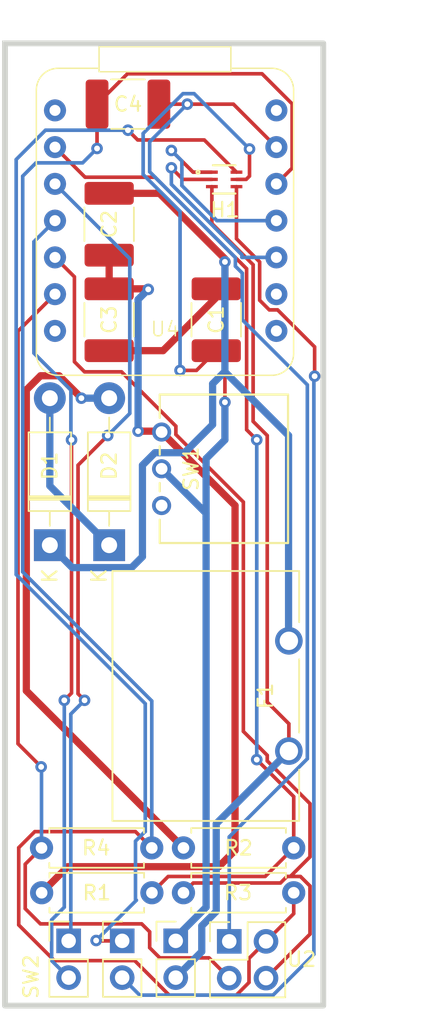
<source format=kicad_pcb>
(kicad_pcb (version 20221018) (generator pcbnew)
  (layers (0 "F.Cu" signal) (31 "B.Cu" signal) (34 "B.Paste" user) (35 "F.Paste" user) (36 "B.SilkS" user "B.Silkscreen") (37 "F.SilkS" user "F.Silkscreen") (38 "B.Mask" user) (39 "F.Mask" user) (44 "Edge.Cuts" user))
  (net 0 "")
  (net 1 "Net-(B4-+)")
  (net 2 "Net-(B4--)")
  (net 3 "Net-(D1-K)")
  (net 4 "Net-(HBridge1-VDD)")
  (net 5 "Net-(D1-A)")
  (net 6 "Net-(D2-A)")
  (net 7 "Net-(HBridge1-Out1)")
  (net 8 "Net-(HBridge1-Out2)")
  (net 9 "Net-(U4-D0)")
  (net 10 "Net-(U2-VDD)")
  (net 11 "Net-(U2-SDA)")
  (net 12 "Net-(U2-SCL)")
  (net 14 "Net-(U2-GND)")
  (net 15 "unconnected-(U4-D1-Pad2)")
  (net 16 "unconnected-(U4-D2-Pad3)")
  (net 17 "Net-(U4-D6)")
  (net 18 "Net-(U4-D7)")
  (net 19 "unconnected-(U4-D8-Pad9)")
  (net 20 "Net-(HBridge1-In1)")
  (footprint "Diode_THT:D_DO-41_SOD81_P10.16mm_Horizontal" (layer "F.Cu") (at 117.6 107.88 90)
    (fp_text reference "D1" (at 5.48 0 90) (layer "F.SilkS"))
    (fp_text value "Rectifier Diode")
    (fp_text user "K" (at -2.12 0 90) (layer "F.SilkS"))
    (fp_line (start 1.34 0) (end 2.36 0) (stroke (width 0.12)) (layer "F.SilkS"))
    (fp_line (start 2.36 -1.47) (end 2.36 1.47) (stroke (width 0.12)) (layer "F.SilkS"))
    (fp_line (start 2.36 1.47) (end 7.8 1.47) (stroke (width 0.12)) (layer "F.SilkS"))
    (fp_line (start 3.14 -1.47) (end 3.14 1.47) (stroke (width 0.12)) (layer "F.SilkS"))
    (fp_line (start 3.26 -1.47) (end 3.26 1.47) (stroke (width 0.12)) (layer "F.SilkS"))
    (fp_line (start 3.38 -1.47) (end 3.38 1.47) (stroke (width 0.12)) (layer "F.SilkS"))
    (fp_line (start 7.8 -1.47) (end 2.36 -1.47) (stroke (width 0.12)) (layer "F.SilkS"))
    (fp_line (start 7.8 1.47) (end 7.8 -1.47) (stroke (width 0.12)) (layer "F.SilkS"))
    (fp_line (start 8.82 0) (end 7.8 0) (stroke (width 0.12)) (layer "F.SilkS"))
    (pad "1" thru_hole rect (at 0 0 90) (size 2.2 2.2) (drill 1.1) (layers "*.Cu" "*.Mask") (net 3 "Net-(D1-K)"))
    (pad "2" thru_hole oval (at 10.16 0 90) (size 2.2 2.2) (drill 1.1) (layers "*.Cu" "*.Mask") (net 5 "Net-(D1-A)"))
  )
  (footprint "Connector_PinHeader_2.54mm:PinHeader_1x02_P2.54mm_Vertical" (layer "F.Cu") (at 118.9 135.225)
    (fp_text reference "SW2" (at -2.6 2.475 90) (layer "F.SilkS"))
    (fp_text value "Limit Switch")
    (fp_line (start -1.33 -1.33) (end 0 -1.33) (stroke (width 0.12)) (layer "F.SilkS"))
    (fp_line (start -1.33 0) (end -1.33 -1.33) (stroke (width 0.12)) (layer "F.SilkS"))
    (fp_line (start -1.33 1.27) (end -1.33 3.87) (stroke (width 0.12)) (layer "F.SilkS"))
    (fp_line (start -1.33 1.27) (end 1.33 1.27) (stroke (width 0.12)) (layer "F.SilkS"))
    (fp_line (start -1.33 3.87) (end 1.33 3.87) (stroke (width 0.12)) (layer "F.SilkS"))
    (fp_line (start 1.33 1.27) (end 1.33 3.87) (stroke (width 0.12)) (layer "F.SilkS"))
    (pad "1" thru_hole rect (at 0 0) (size 1.7 1.7) (drill 1) (layers "*.Cu" "*.Mask") (net 15 "unconnected-(U4-D1-Pad2)"))
    (pad "2" thru_hole oval (at 0 2.54) (size 1.7 1.7) (drill 1) (layers "*.Cu" "*.Mask") (net 16 "unconnected-(U4-D2-Pad3)"))
  )
  (footprint "NanoFloat Pressure Sensor:DRV8220DRLR" (layer "F.Cu") (at 129.6491 82.600001)
    (fp_text reference "H1" (at 0.0509 2.099999 unlocked) (layer "F.SilkS"))
    (fp_text value "~")
    (fp_line (start -0.7747 0.9779) (end 0.7747 0.9779) (stroke (width 0.1524)) (layer "F.SilkS"))
    (fp_line (start 0.7747 -0.9779) (end -0.7747 -0.9779) (stroke (width 0.1524)) (layer "F.SilkS"))
    (fp_circle (center -1.8081 -0.5) (end -1.7065 -0.5) (stroke (width 0.1524)) (fill none) (layer "F.SilkS"))
    (pad "1" smd rect (at -0.8509 -0.499999) (size 0.8128 0.2286) (layers "F.Cu" "F.Paste" "F.Mask") (net 20 "Net-(HBridge1-In1)"))
    (pad "2" smd rect (at -0.8509 0) (size 0.8128 0.2286) (layers "F.Cu" "F.Paste" "F.Mask") (net 19 "unconnected-(U4-D8-Pad9)"))
    (pad "3" smd rect (at -0.8509 0.499999) (size 0.8128 0.2286) (layers "F.Cu" "F.Paste" "F.Mask") (net 2 "Net-(B4--)"))
    (pad "4" smd rect (at 0.8509 0.499999) (size 0.8128 0.2286) (layers "F.Cu" "F.Paste" "F.Mask") (net 8 "Net-(HBridge1-Out2)"))
    (pad "5" smd rect (at 0.8509 0) (size 0.8128 0.2286) (layers "F.Cu" "F.Paste" "F.Mask") (net 1 "Net-(B4-+)"))
    (pad "6" smd rect (at 0.8509 -0.499999) (size 0.8128 0.2286) (layers "F.Cu" "F.Paste" "F.Mask") (net 7 "Net-(HBridge1-Out1)"))
  )
  (footprint "Capacitor_SMD:C_1812_4532Metric_Pad1.57x3.40mm_HandSolder" (layer "F.Cu") (at 121.7 85.7 90)
    (fp_text reference "C2" (at 0 0 90) (layer "F.SilkS"))
    (fp_text value "C_Small")
    (fp_line (start -1.161252 -1.71) (end 1.161252 -1.71) (stroke (width 0.12)) (layer "F.SilkS"))
    (fp_line (start -1.161252 1.71) (end 1.161252 1.71) (stroke (width 0.12)) (layer "F.SilkS"))
    (pad "1" smd roundrect (at -2.1375 0 90) (size 1.575 3.4) (layers "F.Cu" "F.Paste" "F.Mask") (roundrect_rratio 0.15873) (net 4 "Net-(HBridge1-VDD)"))
    (pad "2" smd roundrect (at 2.1375 0 90) (size 1.575 3.4) (layers "F.Cu" "F.Paste" "F.Mask") (roundrect_rratio 0.15873) (net 3 "Net-(D1-K)"))
  )
  (footprint "Capacitor_SMD:C_1812_4532Metric_Pad1.57x3.40mm_HandSolder" (layer "F.Cu") (at 129.1 92.3 90)
    (fp_text reference "C1" (at 0 0 90) (layer "F.SilkS"))
    (fp_text value "C_Small")
    (fp_line (start -1.161252 -1.71) (end 1.161252 -1.71) (stroke (width 0.12)) (layer "F.SilkS"))
    (fp_line (start -1.161252 1.71) (end 1.161252 1.71) (stroke (width 0.12)) (layer "F.SilkS"))
    (pad "1" smd roundrect (at -2.1375 0 90) (size 1.575 3.4) (layers "F.Cu" "F.Paste" "F.Mask") (roundrect_rratio 0.15873) (net 1 "Net-(B4-+)"))
    (pad "2" smd roundrect (at 2.1375 0 90) (size 1.575 3.4) (layers "F.Cu" "F.Paste" "F.Mask") (roundrect_rratio 0.15873) (net 3 "Net-(D1-K)"))
  )
  (footprint "Button_Switch_THT:SW_09.10290.01_EAO" (layer "F.Cu") (at 125.3249 102.6 90)
    (fp_text reference "SW1" (at 0 2.04 90 unlocked) (layer "F.SilkS"))
    (fp_text value "SW")
    (fp_line (start -5.1308 -0.127) (end -5.1308 8.7376) (stroke (width 0.1524)) (layer "F.SilkS"))
    (fp_line (start -5.1308 8.7376) (end 5.1308 8.7376) (stroke (width 0.1524)) (layer "F.SilkS"))
    (fp_line (start -3.524986 -0.127) (end -5.1308 -0.127) (stroke (width 0.1524)) (layer "F.SilkS"))
    (fp_line (start -0.984986 -0.127) (end -1.555014 -0.127) (stroke (width 0.1524)) (layer "F.SilkS"))
    (fp_line (start 1.555014 -0.127) (end 0.984986 -0.127) (stroke (width 0.1524)) (layer "F.SilkS"))
    (fp_line (start 5.1308 -0.127) (end 3.524986 -0.127) (stroke (width 0.1524)) (layer "F.SilkS"))
    (fp_line (start 5.1308 8.7376) (end 5.1308 -0.127) (stroke (width 0.1524)) (layer "F.SilkS"))
    (pad "1" thru_hole circle (at 0 0 90) (size 1.3208 1.3208) (drill 0.8128) (layers "*.Cu" "*.Mask") (net 1 "Net-(B4-+)"))
    (pad "2" thru_hole circle (at 2.54 0 90) (size 1.3208 1.3208) (drill 0.8128) (layers "*.Cu" "*.Mask") (net 4 "Net-(HBridge1-VDD)"))
    (pad "3" thru_hole circle (at -2.54 0 90) (size 1.3208 1.3208) (drill 0.8128) (layers "*.Cu" "*.Mask"))
  )
  (footprint "Connector_PinHeader_2.54mm:PinHeader_2x02_P2.54mm_Vertical" (layer "F.Cu") (at 130 135.26)
    (fp_text reference "U2" (at 5 1.24) (layer "F.SilkS"))
    (fp_text value "MS583730BA01-50")
    (fp_line (start -1.33 -1.33) (end 0 -1.33) (stroke (width 0.12)) (layer "F.SilkS"))
    (fp_line (start -1.33 0) (end -1.33 -1.33) (stroke (width 0.12)) (layer "F.SilkS"))
    (fp_line (start -1.33 1.27) (end -1.33 3.87) (stroke (width 0.12)) (layer "F.SilkS"))
    (fp_line (start -1.33 1.27) (end 1.27 1.27) (stroke (width 0.12)) (layer "F.SilkS"))
    (fp_line (start -1.33 3.87) (end 3.87 3.87) (stroke (width 0.12)) (layer "F.SilkS"))
    (fp_line (start 1.27 -1.33) (end 3.87 -1.33) (stroke (width 0.12)) (layer "F.SilkS"))
    (fp_line (start 1.27 1.27) (end 1.27 -1.33) (stroke (width 0.12)) (layer "F.SilkS"))
    (fp_line (start 3.87 -1.33) (end 3.87 3.87) (stroke (width 0.12)) (layer "F.SilkS"))
    (pad "1" thru_hole rect (at 0 0) (size 1.7 1.7) (drill 1) (layers "*.Cu" "*.Mask") (net 14 "Net-(U2-GND)"))
    (pad "2" thru_hole oval (at 2.54 0) (size 1.7 1.7) (drill 1) (layers "*.Cu" "*.Mask") (net 10 "Net-(U2-VDD)"))
    (pad "3" thru_hole oval (at 0 2.54) (size 1.7 1.7) (drill 1) (layers "*.Cu" "*.Mask") (net 12 "Net-(U2-SCL)"))
    (pad "4" thru_hole oval (at 2.54 2.54) (size 1.7 1.7) (drill 1) (layers "*.Cu" "*.Mask") (net 11 "Net-(U2-SDA)"))
  )
  (footprint "Connector_PinHeader_2.54mm:PinHeader_1x02_P2.54mm_Vertical" (layer "F.Cu") (at 126.3 135.225)
    (fp_text reference "B4" hide)
    (fp_text value "1.5V")
    (fp_line (start -1.33 -1.33) (end 0 -1.33) (stroke (width 0.12)) (layer "F.SilkS"))
    (fp_line (start -1.33 0) (end -1.33 -1.33) (stroke (width 0.12)) (layer "F.SilkS"))
    (fp_line (start -1.33 1.27) (end -1.33 3.87) (stroke (width 0.12)) (layer "F.SilkS"))
    (fp_line (start -1.33 1.27) (end 1.33 1.27) (stroke (width 0.12)) (layer "F.SilkS"))
    (fp_line (start -1.33 3.87) (end 1.33 3.87) (stroke (width 0.12)) (layer "F.SilkS"))
    (fp_line (start 1.33 1.27) (end 1.33 3.87) (stroke (width 0.12)) (layer "F.SilkS"))
    (pad "1" thru_hole rect (at 0 0) (size 1.7 1.7) (drill 1) (layers "*.Cu" "*.Mask") (net 1 "Net-(B4-+)"))
    (pad "2" thru_hole oval (at 0 2.54) (size 1.7 1.7) (drill 1) (layers "*.Cu" "*.Mask") (net 2 "Net-(B4--)"))
  )
  (footprint "Resistor_THT:R_Axial_DIN0207_L6.3mm_D2.5mm_P7.62mm_Horizontal" (layer "F.Cu") (at 117.0251 128.8)
    (fp_text reference "R4" (at 3.7749 0) (layer "F.SilkS"))
    (fp_text value "10kOhm")
    (fp_line (start 0.54 -1.37) (end 7.08 -1.37) (stroke (width 0.12)) (layer "F.SilkS"))
    (fp_line (start 0.54 -1.04) (end 0.54 -1.37) (stroke (width 0.12)) (layer "F.SilkS"))
    (fp_line (start 0.54 1.04) (end 0.54 1.37) (stroke (width 0.12)) (layer "F.SilkS"))
    (fp_line (start 0.54 1.37) (end 7.08 1.37) (stroke (width 0.12)) (layer "F.SilkS"))
    (fp_line (start 7.08 -1.37) (end 7.08 -1.04) (stroke (width 0.12)) (layer "F.SilkS"))
    (fp_line (start 7.08 1.37) (end 7.08 1.04) (stroke (width 0.12)) (layer "F.SilkS"))
    (pad "1" thru_hole circle (at 0 0) (size 1.6 1.6) (drill 0.8) (layers "*.Cu" "*.Mask") (net 12 "Net-(U2-SCL)"))
    (pad "2" thru_hole oval (at 7.62 0) (size 1.6 1.6) (drill 0.8) (layers "*.Cu" "*.Mask") (net 10 "Net-(U2-VDD)"))
  )
  (footprint "Capacitor_SMD:C_1812_4532Metric_Pad1.57x3.40mm_HandSolder" (layer "F.Cu") (at 123 77.4)
    (fp_text reference "C4" (at 0 0) (layer "F.SilkS"))
    (fp_text value "C_Small")
    (fp_line (start -1.161252 -1.71) (end 1.161252 -1.71) (stroke (width 0.12)) (layer "F.SilkS"))
    (fp_line (start -1.161252 1.71) (end 1.161252 1.71) (stroke (width 0.12)) (layer "F.SilkS"))
    (pad "1" smd roundrect (at -2.1375 0) (size 1.575 3.4) (layers "F.Cu" "F.Paste" "F.Mask") (roundrect_rratio 0.15873) (net 10 "Net-(U2-VDD)"))
    (pad "2" smd roundrect (at 2.1375 0) (size 1.575 3.4) (layers "F.Cu" "F.Paste" "F.Mask") (roundrect_rratio 0.15873) (net 14 "Net-(U2-GND)"))
  )
  (footprint "MINI-Fuse-Holder-H:FUSE_01530007Z" (layer "F.Cu") (at 126.5 118.3 -90)
    (fp_text reference "F1" (at 0 -6 90) (layer "F.SilkS"))
    (fp_text value "2A Fuse")
    (fp_line (start -8.636 -8.3312) (end -8.636 4.572) (stroke (width 0.127)) (layer "F.SilkS"))
    (fp_line (start -8.636 4.572) (end 8.636 4.572) (stroke (width 0.127)) (layer "F.SilkS"))
    (fp_line (start -5.1 -8.3312) (end -8.636 -8.3312) (stroke (width 0.127)) (layer "F.SilkS"))
    (fp_line (start 2.53 -8.3312) (end -2.53 -8.3312) (stroke (width 0.127)) (layer "F.SilkS"))
    (fp_line (start 8.636 -8.3312) (end 5.1 -8.3312) (stroke (width 0.127)) (layer "F.SilkS"))
    (fp_line (start 8.636 4.572) (end 8.636 -8.3312) (stroke (width 0.127)) (layer "F.SilkS"))
    (pad "" np_thru_hole circle (at 0 0 270) (size 2.0828 2.0828) (drill 2.0828) (layers "*.Cu" "*.Mask"))
    (pad "1" thru_hole circle (at -3.81 -7.62 270) (size 1.905 1.905) (drill 1.27) (layers "*.Cu" "*.Mask") (net 3 "Net-(D1-K)"))
    (pad "2" thru_hole circle (at 3.81 -7.62 270) (size 1.905 1.905) (drill 1.27) (layers "*.Cu" "*.Mask") (net 2 "Net-(B4--)"))
  )
  (footprint "Resistor_THT:R_Axial_DIN0207_L6.3mm_D2.5mm_P7.62mm_Horizontal" (layer "F.Cu") (at 126.8351 128.8)
    (fp_text reference "R2" (at 3.81 0) (layer "F.SilkS"))
    (fp_text value "220kOhm")
    (fp_line (start 0.54 -1.37) (end 7.08 -1.37) (stroke (width 0.12)) (layer "F.SilkS"))
    (fp_line (start 0.54 -1.04) (end 0.54 -1.37) (stroke (width 0.12)) (layer "F.SilkS"))
    (fp_line (start 0.54 1.04) (end 0.54 1.37) (stroke (width 0.12)) (layer "F.SilkS"))
    (fp_line (start 0.54 1.37) (end 7.08 1.37) (stroke (width 0.12)) (layer "F.SilkS"))
    (fp_line (start 7.08 -1.37) (end 7.08 -1.04) (stroke (width 0.12)) (layer "F.SilkS"))
    (fp_line (start 7.08 1.37) (end 7.08 1.04) (stroke (width 0.12)) (layer "F.SilkS"))
    (pad "1" thru_hole circle (at 0 0) (size 1.6 1.6) (drill 0.8) (layers "*.Cu" "*.Mask") (net 6 "Net-(D2-A)"))
    (pad "2" thru_hole oval (at 7.62 0) (size 1.6 1.6) (drill 0.8) (layers "*.Cu" "*.Mask") (net 9 "Net-(U4-D0)"))
  )
  (footprint "Connector_PinHeader_2.54mm:PinHeader_1x02_P2.54mm_Vertical" (layer "F.Cu") (at 122.6 135.225)
    (fp_text reference "M1" hide)
    (fp_text value "Motor_DC")
    (fp_line (start -1.33 -1.33) (end 0 -1.33) (stroke (width 0.12)) (layer "F.SilkS"))
    (fp_line (start -1.33 0) (end -1.33 -1.33) (stroke (width 0.12)) (layer "F.SilkS"))
    (fp_line (start -1.33 1.27) (end -1.33 3.87) (stroke (width 0.12)) (layer "F.SilkS"))
    (fp_line (start -1.33 1.27) (end 1.33 1.27) (stroke (width 0.12)) (layer "F.SilkS"))
    (fp_line (start -1.33 3.87) (end 1.33 3.87) (stroke (width 0.12)) (layer "F.SilkS"))
    (fp_line (start 1.33 1.27) (end 1.33 3.87) (stroke (width 0.12)) (layer "F.SilkS"))
    (pad "1" thru_hole rect (at 0 0) (size 1.7 1.7) (drill 1) (layers "*.Cu" "*.Mask") (net 7 "Net-(HBridge1-Out1)"))
    (pad "2" thru_hole oval (at 0 2.54) (size 1.7 1.7) (drill 1) (layers "*.Cu" "*.Mask") (net 8 "Net-(HBridge1-Out2)"))
  )
  (footprint "Diode_THT:D_DO-41_SOD81_P10.16mm_Horizontal" (layer "F.Cu") (at 121.7 107.88 90)
    (fp_text reference "D2" (at 5.48 0 90) (layer "F.SilkS"))
    (fp_text value "Rectifier Diode")
    (fp_text user "K" (at -2.12 -0.7 90) (layer "F.SilkS"))
    (fp_line (start 1.34 0) (end 2.36 0) (stroke (width 0.12)) (layer "F.SilkS"))
    (fp_line (start 2.36 -1.47) (end 2.36 1.47) (stroke (width 0.12)) (layer "F.SilkS"))
    (fp_line (start 2.36 1.47) (end 7.8 1.47) (stroke (width 0.12)) (layer "F.SilkS"))
    (fp_line (start 3.14 -1.47) (end 3.14 1.47) (stroke (width 0.12)) (layer "F.SilkS"))
    (fp_line (start 3.26 -1.47) (end 3.26 1.47) (stroke (width 0.12)) (layer "F.SilkS"))
    (fp_line (start 3.38 -1.47) (end 3.38 1.47) (stroke (width 0.12)) (layer "F.SilkS"))
    (fp_line (start 7.8 -1.47) (end 2.36 -1.47) (stroke (width 0.12)) (layer "F.SilkS"))
    (fp_line (start 7.8 1.47) (end 7.8 -1.47) (stroke (width 0.12)) (layer "F.SilkS"))
    (fp_line (start 8.82 0) (end 7.8 0) (stroke (width 0.12)) (layer "F.SilkS"))
    (pad "1" thru_hole rect (at 0 0 90) (size 2.2 2.2) (drill 1.1) (layers "*.Cu" "*.Mask") (net 5 "Net-(D1-A)"))
    (pad "2" thru_hole oval (at 10.16 0 90) (size 2.2 2.2) (drill 1.1) (layers "*.Cu" "*.Mask") (net 6 "Net-(D2-A)"))
  )
  (footprint "Resistor_THT:R_Axial_DIN0207_L6.3mm_D2.5mm_P7.62mm_Horizontal" (layer "F.Cu") (at 117.0351 131.9)
    (fp_text reference "R1" (at 3.81 0) (layer "F.SilkS"))
    (fp_text value "220kOhm")
    (fp_line (start 0.54 -1.37) (end 7.08 -1.37) (stroke (width 0.12)) (layer "F.SilkS"))
    (fp_line (start 0.54 -1.04) (end 0.54 -1.37) (stroke (width 0.12)) (layer "F.SilkS"))
    (fp_line (start 0.54 1.04) (end 0.54 1.37) (stroke (width 0.12)) (layer "F.SilkS"))
    (fp_line (start 0.54 1.37) (end 7.08 1.37) (stroke (width 0.12)) (layer "F.SilkS"))
    (fp_line (start 7.08 -1.37) (end 7.08 -1.04) (stroke (width 0.12)) (layer "F.SilkS"))
    (fp_line (start 7.08 1.37) (end 7.08 1.04) (stroke (width 0.12)) (layer "F.SilkS"))
    (pad "1" thru_hole circle (at 0 0) (size 1.6 1.6) (drill 0.8) (layers "*.Cu" "*.Mask") (net 4 "Net-(HBridge1-VDD)"))
    (pad "2" thru_hole oval (at 7.62 0) (size 1.6 1.6) (drill 0.8) (layers "*.Cu" "*.Mask") (net 9 "Net-(U4-D0)"))
  )
  (footprint "XIAO_ESP32C3:XIAO_ESP32C3_THT" (layer "F.Cu") (at 125.5575 87.8704)
    (fp_text reference "U4" (at 0 5.08 unlocked) (layer "F.SilkS") (effects (font (thickness 0.1))))
    (fp_text value "XiaoESP32C3")
    (fp_line (start -8.89 6.77) (end -8.88934 -11.44934) (stroke (width 0.1)) (layer "F.SilkS"))
    (fp_line (start -7.38934 -12.94934) (end -4.56 -12.95) (stroke (width 0.1)) (layer "F.SilkS"))
    (fp_line (start 7.38934 8.26934) (end -7.39 8.27) (stroke (width 0.1)) (layer "F.SilkS"))
    (fp_line (start 7.39 -12.95) (end 4.56 -12.95) (stroke (width 0.1)) (layer "F.SilkS"))
    (fp_line (start 8.89 -11.45) (end 8.88934 6.76934) (stroke (width 0.1)) (layer "F.SilkS"))
    (fp_rect (start -4.555 -14.4454) (end 4.555 -12.71) (stroke (width 0.1)) (fill none) (layer "F.SilkS"))
    (fp_arc (start -8.88934 -11.44934) (mid -8.45 -12.51) (end -7.38934 -12.94934) (stroke (width 0.1)) (layer "F.SilkS"))
    (fp_arc (start -7.39 8.27) (mid -8.45066 7.83066) (end -8.89 6.77) (stroke (width 0.1)) (layer "F.SilkS"))
    (fp_arc (start 7.39 -12.95) (mid 8.45066 -12.51066) (end 8.89 -11.45) (stroke (width 0.1)) (layer "F.SilkS"))
    (fp_arc (start 8.88934 6.76934) (mid 8.45 7.83) (end 7.38934 8.26934) (stroke (width 0.1)) (layer "F.SilkS"))
    (pad "0" thru_hole circle (at -7.6 -10.04) (size 1.524 1.524) (drill 0.762) (layers "*.Cu" "*.Mask"))
    (pad "1" thru_hole circle (at -7.6 -7.5) (size 1.524 1.524) (drill 0.762) (layers "*.Cu" "*.Mask") (net 9 "Net-(U4-D0)"))
    (pad "2" thru_hole circle (at -7.6 -4.96) (size 1.524 1.524) (drill 0.762) (layers "*.Cu" "*.Mask") (net 15 "unconnected-(U4-D1-Pad2)"))
    (pad "3" thru_hole circle (at -7.6 -2.42) (size 1.524 1.524) (drill 0.762) (layers "*.Cu" "*.Mask") (net 16 "unconnected-(U4-D2-Pad3)"))
    (pad "3V3" thru_hole circle (at 7.7 -4.96) (size 1.524 1.524) (drill 0.762) (layers "*.Cu" "*.Mask") (net 10 "Net-(U2-VDD)"))
    (pad "4" thru_hole circle (at -7.6 0.12) (size 1.524 1.524) (drill 0.762) (layers "*.Cu" "*.Mask") (net 11 "Net-(U2-SDA)"))
    (pad "5" thru_hole circle (at -7.6 2.66) (size 1.524 1.524) (drill 0.762) (layers "*.Cu" "*.Mask") (net 12 "Net-(U2-SCL)"))
    (pad "5V" thru_hole circle (at 7.7 -10.04) (size 1.524 1.524) (drill 0.762) (layers "*.Cu" "*.Mask"))
    (pad "6" thru_hole circle (at -7.6 5.2) (size 1.524 1.524) (drill 0.762) (layers "*.Cu" "*.Mask"))
    (pad "7" thru_hole circle (at 7.7 5.2) (size 1.524 1.524) (drill 0.762) (layers "*.Cu" "*.Mask") (net 17 "Net-(U4-D6)"))
    (pad "8" thru_hole circle (at 7.7 2.66) (size 1.524 1.524) (drill 0.762) (layers "*.Cu" "*.Mask") (net 18 "Net-(U4-D7)"))
    (pad "9" thru_hole circle (at 7.7 0.12) (size 1.524 1.524) (drill 0.762) (layers "*.Cu" "*.Mask") (net 19 "unconnected-(U4-D8-Pad9)"))
    (pad "10" thru_hole circle (at 7.7 -2.42) (size 1.524 1.524) (drill 0.762) (layers "*.Cu" "*.Mask") (net 20 "Net-(HBridge1-In1)"))
    (pad "GND" thru_hole circle (at 7.7 -7.5) (size 1.524 1.524) (drill 0.762) (layers "*.Cu" "*.Mask") (net 14 "Net-(U2-GND)"))
  )
  (footprint "Resistor_THT:R_Axial_DIN0207_L6.3mm_D2.5mm_P7.62mm_Horizontal" (layer "F.Cu") (at 134.4551 131.9 180)
    (fp_text reference "R3" (at 3.8551 0) (layer "F.SilkS"))
    (fp_text value "10kOhm")
    (fp_line (start 0.54 -1.37) (end 7.08 -1.37) (stroke (width 0.12)) (layer "F.SilkS"))
    (fp_line (start 0.54 -1.04) (end 0.54 -1.37) (stroke (width 0.12)) (layer "F.SilkS"))
    (fp_line (start 0.54 1.04) (end 0.54 1.37) (stroke (width 0.12)) (layer "F.SilkS"))
    (fp_line (start 0.54 1.37) (end 7.08 1.37) (stroke (width 0.12)) (layer "F.SilkS"))
    (fp_line (start 7.08 -1.37) (end 7.08 -1.04) (stroke (width 0.12)) (layer "F.SilkS"))
    (fp_line (start 7.08 1.37) (end 7.08 1.04) (stroke (width 0.12)) (layer "F.SilkS"))
    (pad "1" thru_hole circle (at 0 0 180) (size 1.6 1.6) (drill 0.8) (layers "*.Cu" "*.Mask") (net 10 "Net-(U2-VDD)"))
    (pad "2" thru_hole oval (at 7.62 0 180) (size 1.6 1.6) (drill 0.8) (layers "*.Cu" "*.Mask") (net 11 "Net-(U2-SDA)"))
  )
  (footprint "Capacitor_SMD:C_1812_4532Metric_Pad1.57x3.40mm_HandSolder" (layer "F.Cu") (at 121.7 92.3 90)
    (fp_text reference "C3" (at 0 0 90) (layer "F.SilkS"))
    (fp_text value "C_Small")
    (fp_line (start -1.161252 -1.71) (end 1.161252 -1.71) (stroke (width 0.12)) (layer "F.SilkS"))
    (fp_line (start -1.161252 1.71) (end 1.161252 1.71) (stroke (width 0.12)) (layer "F.SilkS"))
    (pad "1" smd roundrect (at -2.1375 0 90) (size 1.575 3.4) (layers "F.Cu" "F.Paste" "F.Mask") (roundrect_rratio 0.15873) (net 3 "Net-(D1-K)"))
    (pad "2" smd roundrect (at 2.1375 0 90) (size 1.575 3.4) (layers "F.Cu" "F.Paste" "F.Mask") (roundrect_rratio 0.15873) (net 4 "Net-(HBridge1-VDD)"))
  )
  (gr_rect (start 114.5 73.2) (end 136.5 139.7) (stroke (width 0.4)) (fill none) (layer "Edge.Cuts"))
  (segment (start 129.1 94.4375) (end 127.7375 95.8) (width 0.25) (layer "F.Cu") (net 1))
  (segment (start 131.170701 82.600001) (end 131.4 82.370702) (width 0.25) (layer "F.Cu") (net 1))
  (segment (start 131.4 82.370702) (end 131.4 80.5) (width 0.25) (layer "F.Cu") (net 1))
  (segment (start 130.5 82.600001) (end 131.170701 82.600001) (width 0.25) (layer "F.Cu") (net 1))
  (segment (start 127.7375 95.8) (end 126.6 95.8) (width 0.25) (layer "F.Cu") (net 1))
  (segment (start 129.7 98) (end 129.7 94.4375) (width 0.25) (layer "F.Cu") (net 1))
  (via (at 126.6 95.8) (size 0.8) (drill 0.4) (layers "F.Cu" "B.Cu") (net 1))
  (via (at 129.7 98) (size 0.8) (drill 0.4) (layers "F.Cu" "B.Cu") (net 1))
  (via (at 131.4 80.5) (size 0.8) (drill 0.4) (layers "F.Cu" "B.Cu") (net 1))
  (segment (start 126.3 135.225) (end 126.3 135) (width 0.5) (layer "B.Cu") (net 1))
  (segment (start 128.4 132.9) (end 128.4 106.1) (width 0.5) (layer "B.Cu") (net 1))
  (segment (start 124.05 79.424695) (end 126.687348 76.787347) (width 0.25) (layer "B.Cu") (net 1))
  (segment (start 127.575 76.675) (end 126.799695 76.675) (width 0.25) (layer "B.Cu") (net 1))
  (segment (start 124.05 82.261091) (end 124.05 79.424695) (width 0.25) (layer "B.Cu") (net 1))
  (segment (start 131.4 80.5) (end 127.575 76.675) (width 0.25) (layer "B.Cu") (net 1))
  (segment (start 128.4 106.1) (end 128.4 105.6751) (width 0.5) (layer "B.Cu") (net 1))
  (segment (start 128.4 101.9) (end 128.4 106.1) (width 0.5) (layer "B.Cu") (net 1))
  (segment (start 126.799695 76.675) (end 126.637347 76.837347) (width 0.25) (layer "B.Cu") (net 1))
  (segment (start 126.3 135) (end 128.4 132.9) (width 0.5) (layer "B.Cu") (net 1))
  (segment (start 126.6 84.811091) (end 124.05 82.261091) (width 0.25) (layer "B.Cu") (net 1))
  (segment (start 129.7 98) (end 129.7 100.6) (width 0.5) (layer "B.Cu") (net 1))
  (segment (start 126.6 95.8) (end 126.6 84.811091) (width 0.25) (layer "B.Cu") (net 1))
  (segment (start 128.4 105.6751) (end 125.3249 102.6) (width 0.5) (layer "B.Cu") (net 1))
  (segment (start 129.7 100.6) (end 128.4 101.9) (width 0.5) (layer "B.Cu") (net 1))
  (segment (start 132.625 100.299695) (end 131.65 99.324695) (width 0.25) (layer "F.Cu") (net 2))
  (segment (start 128.7982 83.1) (end 128.7982 85.6482) (width 0.25) (layer "F.Cu") (net 2))
  (segment (start 128.7982 85.6482) (end 131.65 88.5) (width 0.25) (layer "F.Cu") (net 2))
  (segment (start 134.12 120.22) (end 132.625 118.725) (width 0.25) (layer "F.Cu") (net 2))
  (segment (start 134.12 122.11) (end 134.12 120.22) (width 0.25) (layer "F.Cu") (net 2))
  (segment (start 131.65 99.324695) (end 131.65 88.5) (width 0.25) (layer "F.Cu") (net 2))
  (segment (start 132.625 118.725) (end 132.625 100.299695) (width 0.25) (layer "F.Cu") (net 2))
  (segment (start 126.3 137.765) (end 128.1 135.965) (width 0.5) (layer "B.Cu") (net 2))
  (segment (start 129.1 133.189949) (end 129.1 127.13) (width 0.5) (layer "B.Cu") (net 2))
  (segment (start 129.1 127.13) (end 134.12 122.11) (width 0.5) (layer "B.Cu") (net 2))
  (segment (start 128.1 134.18995) (end 129.1 133.189949) (width 0.5) (layer "B.Cu") (net 2))
  (segment (start 128.1 135.965) (end 128.1 134.18995) (width 0.5) (layer "B.Cu") (net 2))
  (segment (start 121.7 94.4375) (end 125.425 94.4375) (width 0.5) (layer "F.Cu") (net 3))
  (segment (start 121.7 83.5625) (end 125.174633 83.5625) (width 0.5) (layer "F.Cu") (net 3))
  (segment (start 129.7 88.3) (end 129.7 90.1625) (width 0.5) (layer "F.Cu") (net 3))
  (segment (start 125.174633 83.5625) (end 129.7 88.087867) (width 0.5) (layer "F.Cu") (net 3))
  (segment (start 129.7 88.087867) (end 129.7 88.3) (width 0.5) (layer "F.Cu") (net 3))
  (segment (start 125.425 94.4375) (end 129.7 90.1625) (width 0.5) (layer "F.Cu") (net 3))
  (via (at 129.7 88.3) (size 0.8) (drill 0.4) (layers "F.Cu" "B.Cu") (net 3))
  (segment (start 128.85 96.725) (end 129.7 95.875) (width 0.5) (layer "B.Cu") (net 3))
  (segment (start 129.7 88.3) (end 129.7 95.875) (width 0.5) (layer "B.Cu") (net 3))
  (segment (start 128.85 99.55) (end 128.85 96.725) (width 0.5) (layer "B.Cu") (net 3))
  (segment (start 124.864957 101.4896) (end 126.9104 101.4896) (width 0.5) (layer "B.Cu") (net 3))
  (segment (start 119.15 109.43) (end 123.25 109.43) (width 0.5) (layer "B.Cu") (net 3))
  (segment (start 126.9104 101.4896) (end 128.85 99.55) (width 0.5) (layer "B.Cu") (net 3))
  (segment (start 129.7 95.9) (end 129.7 95.875) (width 0.5) (layer "B.Cu") (net 3))
  (segment (start 123.25 109.43) (end 124 108.68) (width 0.5) (layer "B.Cu") (net 3))
  (segment (start 117.6 107.88) (end 119.15 109.43) (width 0.5) (layer "B.Cu") (net 3))
  (segment (start 134.1 114.47) (end 134.1 100.3) (width 0.5) (layer "B.Cu") (net 3))
  (segment (start 124 108.68) (end 124 102.354557) (width 0.5) (layer "B.Cu") (net 3))
  (segment (start 134.1 100.3) (end 129.7 95.9) (width 0.5) (layer "B.Cu") (net 3))
  (segment (start 124 102.354557) (end 124.864957 101.4896) (width 0.5) (layer "B.Cu") (net 3))
  (segment (start 134.12 114.49) (end 134.1 114.47) (width 0.5) (layer "B.Cu") (net 3))
  (segment (start 130.4 128.973372) (end 130.4 105.1351) (width 0.5) (layer "F.Cu") (net 4))
  (segment (start 118.8351 130.1) (end 129.273372 130.1) (width 0.5) (layer "F.Cu") (net 4))
  (segment (start 121.7 87.8375) (end 121.7 90.1625) (width 0.5) (layer "F.Cu") (net 4))
  (segment (start 125.2649 100) (end 125.3249 100.06) (width 0.5) (layer "F.Cu") (net 4))
  (segment (start 124.4 90.2) (end 124.3625 90.1625) (width 0.5) (layer "F.Cu") (net 4))
  (segment (start 130.4 105.1351) (end 125.3249 100.06) (width 0.5) (layer "F.Cu") (net 4))
  (segment (start 124.3625 90.1625) (end 121.7 90.1625) (width 0.5) (layer "F.Cu") (net 4))
  (segment (start 129.273372 130.1) (end 130.4 128.973372) (width 0.5) (layer "F.Cu") (net 4))
  (segment (start 123.7 100) (end 125.2649 100) (width 0.5) (layer "F.Cu") (net 4))
  (segment (start 117.0351 131.9) (end 118.8351 130.1) (width 0.5) (layer "F.Cu") (net 4))
  (via (at 124.4 90.2) (size 0.8) (drill 0.4) (layers "F.Cu" "B.Cu") (net 4))
  (via (at 123.7 100) (size 0.8) (drill 0.4) (layers "F.Cu" "B.Cu") (net 4))
  (segment (start 123.7 90.9) (end 124.4 90.2) (width 0.5) (layer "B.Cu") (net 4))
  (segment (start 123.7 100) (end 123.7 90.9) (width 0.5) (layer "B.Cu") (net 4))
  (segment (start 117.6 103.78) (end 117.6 97.72) (width 0.5) (layer "B.Cu") (net 5))
  (segment (start 121.7 107.88) (end 117.6 103.78) (width 0.5) (layer "B.Cu") (net 5))
  (segment (start 115.975 97.152968) (end 115.975 117.9399) (width 0.5) (layer "F.Cu") (net 6))
  (segment (start 119.78 97.707968) (end 118.242032 96.17) (width 0.5) (layer "F.Cu") (net 6))
  (segment (start 116.957968 96.17) (end 115.975 97.152968) (width 0.5) (layer "F.Cu") (net 6))
  (segment (start 118.242032 96.17) (end 116.957968 96.17) (width 0.5) (layer "F.Cu") (net 6))
  (segment (start 115.975 117.9399) (end 126.8351 128.8) (width 0.5) (layer "F.Cu") (net 6))
  (segment (start 119.78 97.72) (end 119.78 97.707968) (width 0.5) (layer "F.Cu") (net 6))
  (via (at 119.78 97.72) (size 0.8) (drill 0.4) (layers "F.Cu" "B.Cu") (net 6))
  (segment (start 119.78 97.72) (end 121.7 97.72) (width 0.5) (layer "B.Cu") (net 6))
  (segment (start 123.675 79.875) (end 128.274998 79.875) (width 0.25) (layer "F.Cu") (net 7))
  (segment (start 122.6 135.225) (end 120.825 135.225) (width 0.25) (layer "F.Cu") (net 7))
  (segment (start 128.274998 79.875) (end 130.5 82.100002) (width 0.25) (layer "F.Cu") (net 7))
  (segment (start 123 79.2) (end 123.675 79.875) (width 0.25) (layer "F.Cu") (net 7))
  (segment (start 120.825 135.225) (end 120.8 135.2) (width 0.25) (layer "F.Cu") (net 7))
  (via (at 120.8 135.2) (size 0.8) (drill 0.4) (layers "F.Cu" "B.Cu") (net 7))
  (via (at 123 79.2) (size 0.8) (drill 0.4) (layers "F.Cu" "B.Cu") (net 7))
  (segment (start 124.1951 127.675) (end 124.1951 118.831496) (width 0.25) (layer "B.Cu") (net 7))
  (segment (start 115.275 81.225) (end 117.3 79.2) (width 0.25) (layer "B.Cu") (net 7))
  (segment (start 123.582055 132.417945) (end 123.5201 132.35599) (width 0.25) (layer "B.Cu") (net 7))
  (segment (start 124.179109 127.675) (end 124.1951 127.675) (width 0.25) (layer "B.Cu") (net 7))
  (segment (start 124.1951 118.831496) (end 115.275 109.911396) (width 0.25) (layer "B.Cu") (net 7))
  (segment (start 115.275 109.911396) (end 115.275 81.225) (width 0.25) (layer "B.Cu") (net 7))
  (segment (start 117.3 79.2) (end 123 79.2) (width 0.25) (layer "B.Cu") (net 7))
  (segment (start 123.5201 132.35599) (end 123.5201 128.334009) (width 0.25) (layer "B.Cu") (net 7))
  (segment (start 123.5201 128.334009) (end 124.179109 127.675) (width 0.25) (layer "B.Cu") (net 7))
  (segment (start 120.8 135.2) (end 123.582055 132.417945) (width 0.25) (layer "B.Cu") (net 7))
  (segment (start 132.1 90.95) (end 132.1 88.3) (width 0.25) (layer "F.Cu") (net 8))
  (segment (start 135.9 94.175649) (end 133.341751 91.6174) (width 0.25) (layer "F.Cu") (net 8))
  (segment (start 133.341751 91.6174) (end 132.7674 91.6174) (width 0.25) (layer "F.Cu") (net 8))
  (segment (start 130.5 83.1) (end 130.5 86.7) (width 0.25) (layer "F.Cu") (net 8))
  (segment (start 130.5 86.7) (end 132.1 88.3) (width 0.25) (layer "F.Cu") (net 8))
  (segment (start 132.7674 91.6174) (end 132.1 90.95) (width 0.25) (layer "F.Cu") (net 8))
  (segment (start 135.9 96.2) (end 135.9 94.175649) (width 0.25) (layer "F.Cu") (net 8))
  (via (at 135.9 96.2) (size 0.8) (drill 0.4) (layers "F.Cu" "B.Cu") (net 8))
  (segment (start 123.81 138.975) (end 133.026701 138.975) (width 0.25) (layer "B.Cu") (net 8))
  (segment (start 122.6 137.765) (end 123.81 138.975) (width 0.25) (layer "B.Cu") (net 8))
  (segment (start 133.026701 138.975) (end 135.8475 136.154201) (width 0.25) (layer "B.Cu") (net 8))
  (segment (start 135.8475 96.2525) (end 135.9 96.2) (width 0.25) (layer "B.Cu") (net 8))
  (segment (start 135.8475 136.154201) (end 135.8475 96.2525) (width 0.25) (layer "B.Cu") (net 8))
  (segment (start 131.2 88.774695) (end 131.2 99.9) (width 0.25) (layer "F.Cu") (net 9))
  (segment (start 134.4551 128.8) (end 132.4801 130.775) (width 0.25) (layer "F.Cu") (net 9))
  (segment (start 134.4551 125.2551) (end 131.9 122.7) (width 0.25) (layer "F.Cu") (net 9))
  (segment (start 134.4551 128.8) (end 134.4551 125.2551) (width 0.25) (layer "F.Cu") (net 9))
  (segment (start 117.9575 80.3704) (end 120.0371 82.45) (width 0.25) (layer "F.Cu") (net 9))
  (segment (start 132.4801 130.775) (end 125.7801 130.775) (width 0.25) (layer "F.Cu") (net 9))
  (segment (start 120.0371 82.45) (end 124.875305 82.45) (width 0.25) (layer "F.Cu") (net 9))
  (segment (start 131.2 99.9) (end 131.9 100.6) (width 0.25) (layer "F.Cu") (net 9))
  (segment (start 124.875305 82.45) (end 131.2 88.774695) (width 0.25) (layer "F.Cu") (net 9))
  (segment (start 125.7801 130.775) (end 124.6551 131.9) (width 0.25) (layer "F.Cu") (net 9))
  (via (at 131.9 122.7) (size 0.8) (drill 0.4) (layers "F.Cu" "B.Cu") (net 9))
  (via (at 131.9 100.6) (size 0.8) (drill 0.4) (layers "F.Cu" "B.Cu") (net 9))
  (segment (start 131.9 100.6) (end 131.9 122.7) (width 0.25) (layer "B.Cu") (net 9))
  (segment (start 125.848299 138.975) (end 130.49 138.975) (width 0.25) (layer "F.Cu") (net 10))
  (segment (start 115.45 134.125) (end 117.915 136.59) (width 0.25) (layer "F.Cu") (net 10))
  (segment (start 131.365 136.435) (end 132.54 135.26) (width 0.25) (layer "F.Cu") (net 10))
  (segment (start 116.559109 127.675) (end 115.45 128.784109) (width 0.25) (layer "F.Cu") (net 10))
  (segment (start 133.2575 82.9104) (end 134.3445 81.8234) (width 0.25) (layer "F.Cu") (net 10))
  (segment (start 123.463299 136.59) (end 125.848299 138.975) (width 0.25) (layer "F.Cu") (net 10))
  (segment (start 123.5201 127.675) (end 116.559109 127.675) (width 0.25) (layer "F.Cu") (net 10))
  (segment (start 120.8625 80.4625) (end 120.8625 77.4) (width 0.25) (layer "F.Cu") (net 10))
  (segment (start 134.3445 77.380149) (end 132.264351 75.3) (width 0.25) (layer "F.Cu") (net 10))
  (segment (start 115.45 128.784109) (end 115.45 134.125) (width 0.25) (layer "F.Cu") (net 10))
  (segment (start 131.365 138.1) (end 131.365 136.435) (width 0.25) (layer "F.Cu") (net 10))
  (segment (start 124.6451 128.8) (end 123.5201 127.675) (width 0.25) (layer "F.Cu") (net 10))
  (segment (start 134.3445 81.8234) (end 134.3445 77.380149) (width 0.25) (layer "F.Cu") (net 10))
  (segment (start 117.915 136.59) (end 123.463299 136.59) (width 0.25) (layer "F.Cu") (net 10))
  (segment (start 122.9625 75.3) (end 120.8625 77.4) (width 0.25) (layer "F.Cu") (net 10))
  (segment (start 130.49 138.975) (end 131.365 138.1) (width 0.25) (layer "F.Cu") (net 10))
  (segment (start 134.4551 133.3449) (end 134.4551 131.9) (width 0.25) (layer "F.Cu") (net 10))
  (segment (start 132.54 135.26) (end 134.4551 133.3449) (width 0.25) (layer "F.Cu") (net 10))
  (segment (start 132.264351 75.3) (end 122.9625 75.3) (width 0.25) (layer "F.Cu") (net 10))
  (via (at 120.8625 80.4625) (size 0.8) (drill 0.4) (layers "F.Cu" "B.Cu") (net 10))
  (segment (start 115.725 109.725) (end 115.725 82.375) (width 0.25) (layer "B.Cu") (net 10))
  (segment (start 115.725 82.375) (end 116.6426 81.4574) (width 0.25) (layer "B.Cu") (net 10))
  (segment (start 124.6451 128.8) (end 124.6451 118.6451) (width 0.25) (layer "B.Cu") (net 10))
  (segment (start 119.8676 81.4574) (end 120.8625 80.4625) (width 0.25) (layer "B.Cu") (net 10))
  (segment (start 124.6451 118.6451) (end 115.725 109.725) (width 0.25) (layer "B.Cu") (net 10))
  (segment (start 116.6426 81.4574) (end 119.8676 81.4574) (width 0.25) (layer "B.Cu") (net 10))
  (segment (start 119.3 95.2) (end 119.3 89.3329) (width 0.25) (layer "F.Cu") (net 11))
  (segment (start 130.975 120.749695) (end 130.975 104.896927) (width 0.25) (layer "F.Cu") (net 11))
  (segment (start 133.989109 130.775) (end 134.225 130.775) (width 0.25) (layer "F.Cu") (net 11))
  (segment (start 132.625 122.399695) (end 130.975 120.749695) (width 0.25) (layer "F.Cu") (net 11))
  (segment (start 133.989109 130.775) (end 134.921091 130.775) (width 0.25) (layer "F.Cu") (net 11))
  (segment (start 122.558467 95.9) (end 120 95.9) (width 0.25) (layer "F.Cu") (net 11))
  (segment (start 134.225 130.775) (end 135.5801 129.4199) (width 0.25) (layer "F.Cu") (net 11))
  (segment (start 135.5801 131.434009) (end 135.5801 134.7599) (width 0.25) (layer "F.Cu") (net 11))
  (segment (start 120 95.9) (end 119.3 95.2) (width 0.25) (layer "F.Cu") (net 11))
  (segment (start 135.5801 134.7599) (end 132.54 137.8) (width 0.25) (layer "F.Cu") (net 11))
  (segment (start 127.5101 131.225) (end 133.539109 131.225) (width 0.25) (layer "F.Cu") (net 11))
  (segment (start 134.921091 130.775) (end 135.5801 131.434009) (width 0.25) (layer "F.Cu") (net 11))
  (segment (start 126.8351 131.9) (end 127.5101 131.225) (width 0.25) (layer "F.Cu") (net 11))
  (segment (start 135.5801 129.4199) (end 135.5801 125.743704) (width 0.25) (layer "F.Cu") (net 11))
  (segment (start 119.3 89.3329) (end 117.9575 87.9904) (width 0.25) (layer "F.Cu") (net 11))
  (segment (start 133.539109 131.225) (end 133.989109 130.775) (width 0.25) (layer "F.Cu") (net 11))
  (segment (start 130.975 104.896927) (end 126.3103 100.232228) (width 0.25) (layer "F.Cu") (net 11))
  (segment (start 132.625 122.788604) (end 132.625 122.399695) (width 0.25) (layer "F.Cu") (net 11))
  (segment (start 135.5801 125.743704) (end 132.625 122.788604) (width 0.25) (layer "F.Cu") (net 11))
  (segment (start 126.3103 99.651833) (end 122.558467 95.9) (width 0.25) (layer "F.Cu") (net 11))
  (segment (start 126.3103 100.232228) (end 126.3103 99.651833) (width 0.25) (layer "F.Cu") (net 11))
  (segment (start 124.5 135.7) (end 124.5 134.6) (width 0.25) (layer "F.Cu") (net 12))
  (segment (start 116.95 134.05) (end 115.9 133) (width 0.25) (layer "F.Cu") (net 12))
  (segment (start 115.4 93.0879) (end 117.9575 90.5304) (width 0.25) (layer "F.Cu") (net 12))
  (segment (start 123.95 134.05) (end 116.95 134.05) (width 0.25) (layer "F.Cu") (net 12))
  (segment (start 125.2 136.4) (end 124.5 135.7) (width 0.25) (layer "F.Cu") (net 12))
  (segment (start 128.6 136.4) (end 125.2 136.4) (width 0.25) (layer "F.Cu") (net 12))
  (segment (start 115.9 129.9251) (end 117.0251 128.8) (width 0.25) (layer "F.Cu") (net 12))
  (segment (start 130 137.8) (end 128.6 136.4) (width 0.25) (layer "F.Cu") (net 12))
  (segment (start 117 123.2) (end 115.4 121.6) (width 0.25) (layer "F.Cu") (net 12))
  (segment (start 115.4 121.6) (end 115.4 93.0879) (width 0.25) (layer "F.Cu") (net 12))
  (segment (start 124.5 134.6) (end 123.95 134.05) (width 0.25) (layer "F.Cu") (net 12))
  (segment (start 115.9 133) (end 115.9 129.9251) (width 0.25) (layer "F.Cu") (net 12))
  (via (at 117 123.2) (size 0.8) (drill 0.4) (layers "F.Cu" "B.Cu") (net 12))
  (segment (start 117 123.2) (end 117.0251 123.2251) (width 0.25) (layer "B.Cu") (net 12))
  (segment (start 117.0251 123.2251) (end 117.0251 128.8) (width 0.25) (layer "B.Cu") (net 12))
  (segment (start 125.1375 77.4) (end 127.1 77.4) (width 0.25) (layer "F.Cu") (net 14))
  (segment (start 127.1 77.4) (end 130.2871 77.4) (width 0.25) (layer "F.Cu") (net 14))
  (segment (start 130.2871 77.4) (end 133.2575 80.3704) (width 0.25) (layer "F.Cu") (net 14))
  (via (at 127.1 77.4) (size 0.8) (drill 0.4) (layers "F.Cu" "B.Cu") (net 14))
  (segment (start 130.425 87.999695) (end 124.5 82.074695) (width 0.25) (layer "B.Cu") (net 14))
  (segment (start 130.9 92.3) (end 130.9 89.075305) (width 0.25) (layer "B.Cu") (net 14))
  (segment (start 130.9 89.075305) (end 130.425 88.600305) (width 0.25) (layer "B.Cu") (net 14))
  (segment (start 124.5 82.074695) (end 124.5 80) (width 0.25) (layer "B.Cu") (net 14))
  (segment (start 135.3975 96.7975) (end 130.9 92.3) (width 0.25) (layer "B.Cu") (net 14))
  (segment (start 135.3975 122.639158) (end 135.3975 96.7975) (width 0.25) (layer "B.Cu") (net 14))
  (segment (start 130.425 88.600305) (end 130.425 87.999695) (width 0.25) (layer "B.Cu") (net 14))
  (segment (start 130 128.036658) (end 135.3975 122.639158) (width 0.25) (layer "B.Cu") (net 14))
  (segment (start 130 135.26) (end 130 128.036658) (width 0.25) (layer "B.Cu") (net 14))
  (segment (start 124.5 80) (end 127.1 77.4) (width 0.25) (layer "B.Cu") (net 14))
  (segment (start 121.6 100.3) (end 119.55 102.35) (width 0.25) (layer "F.Cu") (net 15))
  (segment (start 119.55 118.15) (end 120 118.6) (width 0.25) (layer "F.Cu") (net 15))
  (segment (start 119.55 118.1) (end 119.55 118.15) (width 0.25) (layer "F.Cu") (net 15))
  (segment (start 119.55 102.35) (end 119.55 118.1) (width 0.25) (layer "F.Cu") (net 15))
  (via (at 120 118.6) (size 0.8) (drill 0.4) (layers "F.Cu" "B.Cu") (net 15))
  (via (at 121.6 100.3) (size 0.8) (drill 0.4) (layers "F.Cu" "B.Cu") (net 15))
  (segment (start 119.05 119.55) (end 119.05 135.075) (width 0.25) (layer "B.Cu") (net 15))
  (segment (start 123.125 98.775) (end 121.6 100.3) (width 0.25) (layer "B.Cu") (net 15))
  (segment (start 123.125 88.0779) (end 123.125 98.775) (width 0.25) (layer "B.Cu") (net 15))
  (segment (start 120 118.6) (end 119.05 119.55) (width 0.25) (layer "B.Cu") (net 15))
  (segment (start 117.9575 82.9104) (end 123.125 88.0779) (width 0.25) (layer "B.Cu") (net 15))
  (segment (start 119.05 135.075) (end 118.9 135.225) (width 0.25) (layer "B.Cu") (net 15))
  (segment (start 119.1 100.6) (end 119.1 118.1) (width 0.25) (layer "F.Cu") (net 16))
  (segment (start 119.1 118.1) (end 118.6 118.6) (width 0.25) (layer "F.Cu") (net 16))
  (segment (start 118.6 118.6) (end 118.7 118.5) (width 0.25) (layer "F.Cu") (net 16))
  (via (at 119.1 100.6) (size 0.8) (drill 0.4) (layers "F.Cu" "B.Cu") (net 16))
  (via (at 118.6 118.6) (size 0.8) (drill 0.4) (layers "F.Cu" "B.Cu") (net 16))
  (segment (start 118.9 137.765) (end 117.725 136.59) (width 0.25) (layer "B.Cu") (net 16))
  (segment (start 119.055 100.555) (end 119.055 97.159745) (width 0.25) (layer "B.Cu") (net 16))
  (segment (start 118.6 132.9) (end 118.6 118.6) (width 0.25) (layer "B.Cu") (net 16))
  (segment (start 119.1 100.6) (end 119.055 100.555) (width 0.25) (layer "B.Cu") (net 16))
  (segment (start 117.725 136.59) (end 117.725 133.775) (width 0.25) (layer "B.Cu") (net 16))
  (segment (start 119.055 97.159745) (end 116.5 94.604745) (width 0.25) (layer "B.Cu") (net 16))
  (segment (start 117.725 133.775) (end 118.6 132.9) (width 0.25) (layer "B.Cu") (net 16))
  (segment (start 116.5 94.604745) (end 116.5 86.9079) (width 0.25) (layer "B.Cu") (net 16))
  (segment (start 116.5 86.9079) (end 117.9575 85.4504) (width 0.25) (layer "B.Cu") (net 16))
  (segment (start 126.800001 82.600001) (end 128.7982 82.600001) (width 0.25) (layer "F.Cu") (net 19))
  (segment (start 126 81.8) (end 126.800001 82.600001) (width 0.25) (layer "F.Cu") (net 19))
  (via (at 126 81.8) (size 0.8) (drill 0.4) (layers "F.Cu" "B.Cu") (net 19))
  (segment (start 130.875 87.813299) (end 130.875 87.9904) (width 0.25) (layer "B.Cu") (net 19))
  (segment (start 126 82.938299) (end 130.875 87.813299) (width 0.25) (layer "B.Cu") (net 19))
  (segment (start 126 81.8) (end 126 82.938299) (width 0.25) (layer "B.Cu") (net 19))
  (segment (start 130.875 87.9904) (end 133.2575 87.9904) (width 0.25) (layer "B.Cu") (net 19))
  (segment (start 126 80.6) (end 127.500002 82.100002) (width 0.25) (layer "F.Cu") (net 20))
  (segment (start 127.500002 82.100002) (end 128.7982 82.100002) (width 0.25) (layer "F.Cu") (net 20))
  (via (at 126 80.6) (size 0.8) (drill 0.4) (layers "F.Cu" "B.Cu") (net 20))
  (segment (start 129.148497 85.4504) (end 133.2575 85.4504) (width 0.25) (layer "B.Cu") (net 20))
  (segment (start 126.725 81.325) (end 126.725 83.026903) (width 0.25) (layer "B.Cu") (net 20))
  (segment (start 126 80.6) (end 126.725 81.325) (width 0.25) (layer "B.Cu") (net 20))
  (segment (start 126.725 83.026903) (end 129.148497 85.4504) (width 0.25) (layer "B.Cu") (net 20))
)
</source>
